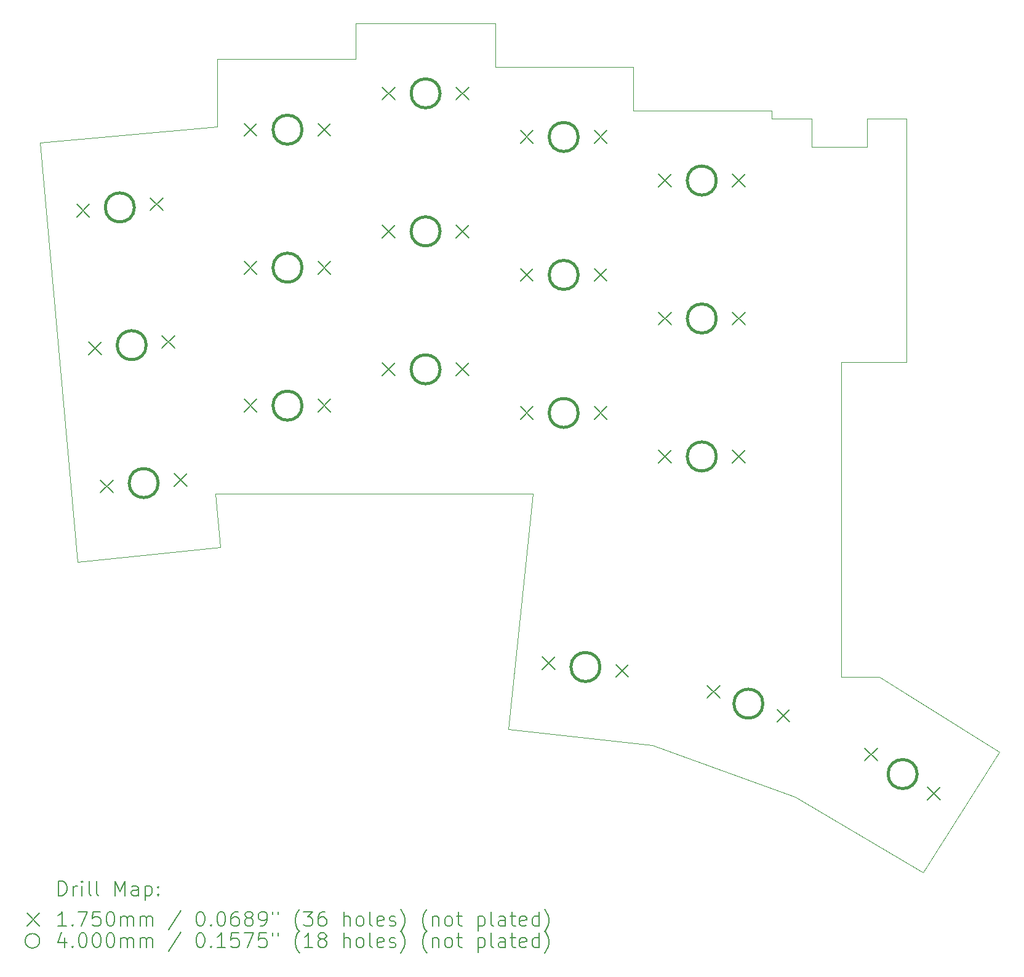
<source format=gbr>
%TF.GenerationSoftware,KiCad,Pcbnew,7.0.7*%
%TF.CreationDate,2023-11-26T11:13:58-07:00*%
%TF.ProjectId,TypeStationX,54797065-5374-4617-9469-6f6e582e6b69,rev?*%
%TF.SameCoordinates,Original*%
%TF.FileFunction,Drillmap*%
%TF.FilePolarity,Positive*%
%FSLAX45Y45*%
G04 Gerber Fmt 4.5, Leading zero omitted, Abs format (unit mm)*
G04 Created by KiCad (PCBNEW 7.0.7) date 2023-11-26 11:13:58*
%MOMM*%
%LPD*%
G01*
G04 APERTURE LIST*
%ADD10C,0.100000*%
%ADD11C,0.200000*%
%ADD12C,0.175000*%
%ADD13C,0.400000*%
G04 APERTURE END LIST*
D10*
X8150000Y-4800000D02*
X9045000Y-4800000D01*
X11900000Y-13200000D02*
X12425000Y-13200000D01*
X11270000Y-14850000D02*
X9300000Y-14140000D01*
X1400000Y-11610000D02*
X880000Y-5840000D01*
X11900000Y-9040000D02*
X11900000Y-13200000D01*
X12425000Y-13200000D02*
X14080000Y-14230000D01*
X7145000Y-4195000D02*
X7145000Y-4800000D01*
X3290000Y-10670000D02*
X5680000Y-10670000D01*
X12260000Y-5900000D02*
X12260000Y-5510000D01*
X11495000Y-5900000D02*
X12260000Y-5900000D01*
X3360000Y-11410000D02*
X3290000Y-10670000D01*
X10945000Y-5400000D02*
X10945000Y-5510000D01*
X3320000Y-5620000D02*
X3320000Y-4690000D01*
X9045000Y-4800000D02*
X9045000Y-5400000D01*
X12805000Y-8860000D02*
X11900000Y-8860000D01*
X5680000Y-10670000D02*
X7660000Y-10670000D01*
X1400000Y-11610000D02*
X3360000Y-11410000D01*
X10945000Y-5510000D02*
X11495000Y-5510000D01*
X13030000Y-15890000D02*
X14080000Y-14230000D01*
X5220000Y-4195000D02*
X7145000Y-4195000D01*
X3320000Y-4690000D02*
X5220000Y-4690000D01*
X9300000Y-14140000D02*
X7320000Y-13920000D01*
X12805000Y-5510000D02*
X12805000Y-8860000D01*
X13030000Y-15890000D02*
X11270000Y-14850000D01*
X11900000Y-8860000D02*
X11900000Y-9040000D01*
X880000Y-5840000D02*
X3320000Y-5620000D01*
X7145000Y-4800000D02*
X8150000Y-4800000D01*
X7320000Y-13920000D02*
X7660000Y-10670000D01*
X5220000Y-4690000D02*
X5220000Y-4195000D01*
X12260000Y-5510000D02*
X12805000Y-5510000D01*
X11495000Y-5510000D02*
X11495000Y-5900000D01*
X9045000Y-5400000D02*
X10945000Y-5400000D01*
D11*
D12*
X1383822Y-6687316D02*
X1558822Y-6862316D01*
X1558822Y-6687316D02*
X1383822Y-6862316D01*
X1547550Y-8584293D02*
X1722550Y-8759293D01*
X1722550Y-8584293D02*
X1547550Y-8759293D01*
X1712413Y-10483147D02*
X1887413Y-10658147D01*
X1887413Y-10483147D02*
X1712413Y-10658147D01*
X2395956Y-6598766D02*
X2570956Y-6773766D01*
X2570956Y-6598766D02*
X2395956Y-6773766D01*
X2559684Y-8495743D02*
X2734684Y-8670743D01*
X2734684Y-8495743D02*
X2559684Y-8670743D01*
X2724547Y-10394597D02*
X2899547Y-10569597D01*
X2899547Y-10394597D02*
X2724547Y-10569597D01*
X3689238Y-5572863D02*
X3864238Y-5747863D01*
X3864238Y-5572863D02*
X3689238Y-5747863D01*
X3689238Y-7472863D02*
X3864238Y-7647863D01*
X3864238Y-7472863D02*
X3689238Y-7647863D01*
X3689238Y-9372863D02*
X3864238Y-9547863D01*
X3864238Y-9372863D02*
X3689238Y-9547863D01*
X4705238Y-5572863D02*
X4880238Y-5747863D01*
X4880238Y-5572863D02*
X4705238Y-5747863D01*
X4705238Y-7472863D02*
X4880238Y-7647863D01*
X4880238Y-7472863D02*
X4705238Y-7647863D01*
X4705238Y-9372863D02*
X4880238Y-9547863D01*
X4880238Y-9372863D02*
X4705238Y-9547863D01*
X5589238Y-5072863D02*
X5764238Y-5247863D01*
X5764238Y-5072863D02*
X5589238Y-5247863D01*
X5589238Y-6972863D02*
X5764238Y-7147863D01*
X5764238Y-6972863D02*
X5589238Y-7147863D01*
X5589238Y-8872863D02*
X5764238Y-9047863D01*
X5764238Y-8872863D02*
X5589238Y-9047863D01*
X6605238Y-5072863D02*
X6780238Y-5247863D01*
X6780238Y-5072863D02*
X6605238Y-5247863D01*
X6605238Y-6972863D02*
X6780238Y-7147863D01*
X6780238Y-6972863D02*
X6605238Y-7147863D01*
X6605238Y-8872863D02*
X6780238Y-9047863D01*
X6780238Y-8872863D02*
X6605238Y-9047863D01*
X7489238Y-5672863D02*
X7664238Y-5847863D01*
X7664238Y-5672863D02*
X7489238Y-5847863D01*
X7489238Y-7572863D02*
X7664238Y-7747863D01*
X7664238Y-7572863D02*
X7489238Y-7747863D01*
X7489238Y-9472863D02*
X7664238Y-9647863D01*
X7664238Y-9472863D02*
X7489238Y-9647863D01*
X7791516Y-12918603D02*
X7966516Y-13093603D01*
X7966516Y-12918603D02*
X7791516Y-13093603D01*
X8505238Y-5672863D02*
X8680238Y-5847863D01*
X8680238Y-5672863D02*
X8505238Y-5847863D01*
X8505238Y-7572863D02*
X8680238Y-7747863D01*
X8680238Y-7572863D02*
X8505238Y-7747863D01*
X8505238Y-9472863D02*
X8680238Y-9647863D01*
X8680238Y-9472863D02*
X8505238Y-9647863D01*
X8801950Y-13024804D02*
X8976950Y-13199804D01*
X8976950Y-13024804D02*
X8801950Y-13199804D01*
X9389238Y-6272863D02*
X9564238Y-6447863D01*
X9564238Y-6272863D02*
X9389238Y-6447863D01*
X9389238Y-8172863D02*
X9564238Y-8347863D01*
X9564238Y-8172863D02*
X9389238Y-8347863D01*
X9389238Y-10072863D02*
X9564238Y-10247863D01*
X9564238Y-10072863D02*
X9389238Y-10247863D01*
X10058272Y-13311230D02*
X10233272Y-13486230D01*
X10233272Y-13311230D02*
X10058272Y-13486230D01*
X10405238Y-6272863D02*
X10580238Y-6447863D01*
X10580238Y-6272863D02*
X10405238Y-6447863D01*
X10405238Y-8172863D02*
X10580238Y-8347863D01*
X10580238Y-8172863D02*
X10405238Y-8347863D01*
X10405238Y-10072863D02*
X10580238Y-10247863D01*
X10580238Y-10072863D02*
X10405238Y-10247863D01*
X11018919Y-13642007D02*
X11193919Y-13817007D01*
X11193919Y-13642007D02*
X11018919Y-13817007D01*
X12229289Y-14176805D02*
X12404289Y-14351805D01*
X12404289Y-14176805D02*
X12229289Y-14351805D01*
X13090906Y-14715203D02*
X13265906Y-14890203D01*
X13265906Y-14715203D02*
X13090906Y-14890203D01*
D13*
X2177389Y-6730541D02*
G75*
G03*
X2177389Y-6730541I-200000J0D01*
G01*
X2341117Y-8627518D02*
G75*
G03*
X2341117Y-8627518I-200000J0D01*
G01*
X2505980Y-10526372D02*
G75*
G03*
X2505980Y-10526372I-200000J0D01*
G01*
X4484738Y-5660363D02*
G75*
G03*
X4484738Y-5660363I-200000J0D01*
G01*
X4484738Y-7560363D02*
G75*
G03*
X4484738Y-7560363I-200000J0D01*
G01*
X4484738Y-9460363D02*
G75*
G03*
X4484738Y-9460363I-200000J0D01*
G01*
X6384738Y-5160363D02*
G75*
G03*
X6384738Y-5160363I-200000J0D01*
G01*
X6384738Y-7060363D02*
G75*
G03*
X6384738Y-7060363I-200000J0D01*
G01*
X6384738Y-8960363D02*
G75*
G03*
X6384738Y-8960363I-200000J0D01*
G01*
X8284738Y-5760363D02*
G75*
G03*
X8284738Y-5760363I-200000J0D01*
G01*
X8284738Y-7660363D02*
G75*
G03*
X8284738Y-7660363I-200000J0D01*
G01*
X8284738Y-9560363D02*
G75*
G03*
X8284738Y-9560363I-200000J0D01*
G01*
X8584233Y-13059204D02*
G75*
G03*
X8584233Y-13059204I-200000J0D01*
G01*
X10184738Y-6360363D02*
G75*
G03*
X10184738Y-6360363I-200000J0D01*
G01*
X10184738Y-8260363D02*
G75*
G03*
X10184738Y-8260363I-200000J0D01*
G01*
X10184738Y-10160363D02*
G75*
G03*
X10184738Y-10160363I-200000J0D01*
G01*
X10826095Y-13564118D02*
G75*
G03*
X10826095Y-13564118I-200000J0D01*
G01*
X12947598Y-14533504D02*
G75*
G03*
X12947598Y-14533504I-200000J0D01*
G01*
D11*
X1135777Y-16206484D02*
X1135777Y-16006484D01*
X1135777Y-16006484D02*
X1183396Y-16006484D01*
X1183396Y-16006484D02*
X1211967Y-16016008D01*
X1211967Y-16016008D02*
X1231015Y-16035055D01*
X1231015Y-16035055D02*
X1240539Y-16054103D01*
X1240539Y-16054103D02*
X1250063Y-16092198D01*
X1250063Y-16092198D02*
X1250063Y-16120769D01*
X1250063Y-16120769D02*
X1240539Y-16158865D01*
X1240539Y-16158865D02*
X1231015Y-16177912D01*
X1231015Y-16177912D02*
X1211967Y-16196960D01*
X1211967Y-16196960D02*
X1183396Y-16206484D01*
X1183396Y-16206484D02*
X1135777Y-16206484D01*
X1335777Y-16206484D02*
X1335777Y-16073150D01*
X1335777Y-16111246D02*
X1345301Y-16092198D01*
X1345301Y-16092198D02*
X1354824Y-16082674D01*
X1354824Y-16082674D02*
X1373872Y-16073150D01*
X1373872Y-16073150D02*
X1392920Y-16073150D01*
X1459586Y-16206484D02*
X1459586Y-16073150D01*
X1459586Y-16006484D02*
X1450062Y-16016008D01*
X1450062Y-16016008D02*
X1459586Y-16025531D01*
X1459586Y-16025531D02*
X1469110Y-16016008D01*
X1469110Y-16016008D02*
X1459586Y-16006484D01*
X1459586Y-16006484D02*
X1459586Y-16025531D01*
X1583396Y-16206484D02*
X1564348Y-16196960D01*
X1564348Y-16196960D02*
X1554824Y-16177912D01*
X1554824Y-16177912D02*
X1554824Y-16006484D01*
X1688158Y-16206484D02*
X1669110Y-16196960D01*
X1669110Y-16196960D02*
X1659586Y-16177912D01*
X1659586Y-16177912D02*
X1659586Y-16006484D01*
X1916729Y-16206484D02*
X1916729Y-16006484D01*
X1916729Y-16006484D02*
X1983396Y-16149341D01*
X1983396Y-16149341D02*
X2050062Y-16006484D01*
X2050062Y-16006484D02*
X2050062Y-16206484D01*
X2231015Y-16206484D02*
X2231015Y-16101722D01*
X2231015Y-16101722D02*
X2221491Y-16082674D01*
X2221491Y-16082674D02*
X2202444Y-16073150D01*
X2202444Y-16073150D02*
X2164348Y-16073150D01*
X2164348Y-16073150D02*
X2145301Y-16082674D01*
X2231015Y-16196960D02*
X2211967Y-16206484D01*
X2211967Y-16206484D02*
X2164348Y-16206484D01*
X2164348Y-16206484D02*
X2145301Y-16196960D01*
X2145301Y-16196960D02*
X2135777Y-16177912D01*
X2135777Y-16177912D02*
X2135777Y-16158865D01*
X2135777Y-16158865D02*
X2145301Y-16139817D01*
X2145301Y-16139817D02*
X2164348Y-16130293D01*
X2164348Y-16130293D02*
X2211967Y-16130293D01*
X2211967Y-16130293D02*
X2231015Y-16120769D01*
X2326253Y-16073150D02*
X2326253Y-16273150D01*
X2326253Y-16082674D02*
X2345301Y-16073150D01*
X2345301Y-16073150D02*
X2383396Y-16073150D01*
X2383396Y-16073150D02*
X2402444Y-16082674D01*
X2402444Y-16082674D02*
X2411967Y-16092198D01*
X2411967Y-16092198D02*
X2421491Y-16111246D01*
X2421491Y-16111246D02*
X2421491Y-16168388D01*
X2421491Y-16168388D02*
X2411967Y-16187436D01*
X2411967Y-16187436D02*
X2402444Y-16196960D01*
X2402444Y-16196960D02*
X2383396Y-16206484D01*
X2383396Y-16206484D02*
X2345301Y-16206484D01*
X2345301Y-16206484D02*
X2326253Y-16196960D01*
X2507205Y-16187436D02*
X2516729Y-16196960D01*
X2516729Y-16196960D02*
X2507205Y-16206484D01*
X2507205Y-16206484D02*
X2497682Y-16196960D01*
X2497682Y-16196960D02*
X2507205Y-16187436D01*
X2507205Y-16187436D02*
X2507205Y-16206484D01*
X2507205Y-16082674D02*
X2516729Y-16092198D01*
X2516729Y-16092198D02*
X2507205Y-16101722D01*
X2507205Y-16101722D02*
X2497682Y-16092198D01*
X2497682Y-16092198D02*
X2507205Y-16082674D01*
X2507205Y-16082674D02*
X2507205Y-16101722D01*
D12*
X700000Y-16447500D02*
X875000Y-16622500D01*
X875000Y-16447500D02*
X700000Y-16622500D01*
D11*
X1240539Y-16626484D02*
X1126253Y-16626484D01*
X1183396Y-16626484D02*
X1183396Y-16426484D01*
X1183396Y-16426484D02*
X1164348Y-16455055D01*
X1164348Y-16455055D02*
X1145301Y-16474103D01*
X1145301Y-16474103D02*
X1126253Y-16483627D01*
X1326253Y-16607436D02*
X1335777Y-16616960D01*
X1335777Y-16616960D02*
X1326253Y-16626484D01*
X1326253Y-16626484D02*
X1316729Y-16616960D01*
X1316729Y-16616960D02*
X1326253Y-16607436D01*
X1326253Y-16607436D02*
X1326253Y-16626484D01*
X1402443Y-16426484D02*
X1535777Y-16426484D01*
X1535777Y-16426484D02*
X1450062Y-16626484D01*
X1707205Y-16426484D02*
X1611967Y-16426484D01*
X1611967Y-16426484D02*
X1602443Y-16521722D01*
X1602443Y-16521722D02*
X1611967Y-16512198D01*
X1611967Y-16512198D02*
X1631015Y-16502674D01*
X1631015Y-16502674D02*
X1678634Y-16502674D01*
X1678634Y-16502674D02*
X1697682Y-16512198D01*
X1697682Y-16512198D02*
X1707205Y-16521722D01*
X1707205Y-16521722D02*
X1716729Y-16540769D01*
X1716729Y-16540769D02*
X1716729Y-16588388D01*
X1716729Y-16588388D02*
X1707205Y-16607436D01*
X1707205Y-16607436D02*
X1697682Y-16616960D01*
X1697682Y-16616960D02*
X1678634Y-16626484D01*
X1678634Y-16626484D02*
X1631015Y-16626484D01*
X1631015Y-16626484D02*
X1611967Y-16616960D01*
X1611967Y-16616960D02*
X1602443Y-16607436D01*
X1840539Y-16426484D02*
X1859586Y-16426484D01*
X1859586Y-16426484D02*
X1878634Y-16436008D01*
X1878634Y-16436008D02*
X1888158Y-16445531D01*
X1888158Y-16445531D02*
X1897682Y-16464579D01*
X1897682Y-16464579D02*
X1907205Y-16502674D01*
X1907205Y-16502674D02*
X1907205Y-16550293D01*
X1907205Y-16550293D02*
X1897682Y-16588388D01*
X1897682Y-16588388D02*
X1888158Y-16607436D01*
X1888158Y-16607436D02*
X1878634Y-16616960D01*
X1878634Y-16616960D02*
X1859586Y-16626484D01*
X1859586Y-16626484D02*
X1840539Y-16626484D01*
X1840539Y-16626484D02*
X1821491Y-16616960D01*
X1821491Y-16616960D02*
X1811967Y-16607436D01*
X1811967Y-16607436D02*
X1802443Y-16588388D01*
X1802443Y-16588388D02*
X1792920Y-16550293D01*
X1792920Y-16550293D02*
X1792920Y-16502674D01*
X1792920Y-16502674D02*
X1802443Y-16464579D01*
X1802443Y-16464579D02*
X1811967Y-16445531D01*
X1811967Y-16445531D02*
X1821491Y-16436008D01*
X1821491Y-16436008D02*
X1840539Y-16426484D01*
X1992920Y-16626484D02*
X1992920Y-16493150D01*
X1992920Y-16512198D02*
X2002443Y-16502674D01*
X2002443Y-16502674D02*
X2021491Y-16493150D01*
X2021491Y-16493150D02*
X2050063Y-16493150D01*
X2050063Y-16493150D02*
X2069110Y-16502674D01*
X2069110Y-16502674D02*
X2078634Y-16521722D01*
X2078634Y-16521722D02*
X2078634Y-16626484D01*
X2078634Y-16521722D02*
X2088158Y-16502674D01*
X2088158Y-16502674D02*
X2107205Y-16493150D01*
X2107205Y-16493150D02*
X2135777Y-16493150D01*
X2135777Y-16493150D02*
X2154825Y-16502674D01*
X2154825Y-16502674D02*
X2164348Y-16521722D01*
X2164348Y-16521722D02*
X2164348Y-16626484D01*
X2259586Y-16626484D02*
X2259586Y-16493150D01*
X2259586Y-16512198D02*
X2269110Y-16502674D01*
X2269110Y-16502674D02*
X2288158Y-16493150D01*
X2288158Y-16493150D02*
X2316729Y-16493150D01*
X2316729Y-16493150D02*
X2335777Y-16502674D01*
X2335777Y-16502674D02*
X2345301Y-16521722D01*
X2345301Y-16521722D02*
X2345301Y-16626484D01*
X2345301Y-16521722D02*
X2354825Y-16502674D01*
X2354825Y-16502674D02*
X2373872Y-16493150D01*
X2373872Y-16493150D02*
X2402444Y-16493150D01*
X2402444Y-16493150D02*
X2421491Y-16502674D01*
X2421491Y-16502674D02*
X2431015Y-16521722D01*
X2431015Y-16521722D02*
X2431015Y-16626484D01*
X2821491Y-16416960D02*
X2650063Y-16674103D01*
X3078634Y-16426484D02*
X3097682Y-16426484D01*
X3097682Y-16426484D02*
X3116729Y-16436008D01*
X3116729Y-16436008D02*
X3126253Y-16445531D01*
X3126253Y-16445531D02*
X3135777Y-16464579D01*
X3135777Y-16464579D02*
X3145301Y-16502674D01*
X3145301Y-16502674D02*
X3145301Y-16550293D01*
X3145301Y-16550293D02*
X3135777Y-16588388D01*
X3135777Y-16588388D02*
X3126253Y-16607436D01*
X3126253Y-16607436D02*
X3116729Y-16616960D01*
X3116729Y-16616960D02*
X3097682Y-16626484D01*
X3097682Y-16626484D02*
X3078634Y-16626484D01*
X3078634Y-16626484D02*
X3059586Y-16616960D01*
X3059586Y-16616960D02*
X3050063Y-16607436D01*
X3050063Y-16607436D02*
X3040539Y-16588388D01*
X3040539Y-16588388D02*
X3031015Y-16550293D01*
X3031015Y-16550293D02*
X3031015Y-16502674D01*
X3031015Y-16502674D02*
X3040539Y-16464579D01*
X3040539Y-16464579D02*
X3050063Y-16445531D01*
X3050063Y-16445531D02*
X3059586Y-16436008D01*
X3059586Y-16436008D02*
X3078634Y-16426484D01*
X3231015Y-16607436D02*
X3240539Y-16616960D01*
X3240539Y-16616960D02*
X3231015Y-16626484D01*
X3231015Y-16626484D02*
X3221491Y-16616960D01*
X3221491Y-16616960D02*
X3231015Y-16607436D01*
X3231015Y-16607436D02*
X3231015Y-16626484D01*
X3364348Y-16426484D02*
X3383396Y-16426484D01*
X3383396Y-16426484D02*
X3402444Y-16436008D01*
X3402444Y-16436008D02*
X3411967Y-16445531D01*
X3411967Y-16445531D02*
X3421491Y-16464579D01*
X3421491Y-16464579D02*
X3431015Y-16502674D01*
X3431015Y-16502674D02*
X3431015Y-16550293D01*
X3431015Y-16550293D02*
X3421491Y-16588388D01*
X3421491Y-16588388D02*
X3411967Y-16607436D01*
X3411967Y-16607436D02*
X3402444Y-16616960D01*
X3402444Y-16616960D02*
X3383396Y-16626484D01*
X3383396Y-16626484D02*
X3364348Y-16626484D01*
X3364348Y-16626484D02*
X3345301Y-16616960D01*
X3345301Y-16616960D02*
X3335777Y-16607436D01*
X3335777Y-16607436D02*
X3326253Y-16588388D01*
X3326253Y-16588388D02*
X3316729Y-16550293D01*
X3316729Y-16550293D02*
X3316729Y-16502674D01*
X3316729Y-16502674D02*
X3326253Y-16464579D01*
X3326253Y-16464579D02*
X3335777Y-16445531D01*
X3335777Y-16445531D02*
X3345301Y-16436008D01*
X3345301Y-16436008D02*
X3364348Y-16426484D01*
X3602444Y-16426484D02*
X3564348Y-16426484D01*
X3564348Y-16426484D02*
X3545301Y-16436008D01*
X3545301Y-16436008D02*
X3535777Y-16445531D01*
X3535777Y-16445531D02*
X3516729Y-16474103D01*
X3516729Y-16474103D02*
X3507206Y-16512198D01*
X3507206Y-16512198D02*
X3507206Y-16588388D01*
X3507206Y-16588388D02*
X3516729Y-16607436D01*
X3516729Y-16607436D02*
X3526253Y-16616960D01*
X3526253Y-16616960D02*
X3545301Y-16626484D01*
X3545301Y-16626484D02*
X3583396Y-16626484D01*
X3583396Y-16626484D02*
X3602444Y-16616960D01*
X3602444Y-16616960D02*
X3611967Y-16607436D01*
X3611967Y-16607436D02*
X3621491Y-16588388D01*
X3621491Y-16588388D02*
X3621491Y-16540769D01*
X3621491Y-16540769D02*
X3611967Y-16521722D01*
X3611967Y-16521722D02*
X3602444Y-16512198D01*
X3602444Y-16512198D02*
X3583396Y-16502674D01*
X3583396Y-16502674D02*
X3545301Y-16502674D01*
X3545301Y-16502674D02*
X3526253Y-16512198D01*
X3526253Y-16512198D02*
X3516729Y-16521722D01*
X3516729Y-16521722D02*
X3507206Y-16540769D01*
X3735777Y-16512198D02*
X3716729Y-16502674D01*
X3716729Y-16502674D02*
X3707206Y-16493150D01*
X3707206Y-16493150D02*
X3697682Y-16474103D01*
X3697682Y-16474103D02*
X3697682Y-16464579D01*
X3697682Y-16464579D02*
X3707206Y-16445531D01*
X3707206Y-16445531D02*
X3716729Y-16436008D01*
X3716729Y-16436008D02*
X3735777Y-16426484D01*
X3735777Y-16426484D02*
X3773872Y-16426484D01*
X3773872Y-16426484D02*
X3792920Y-16436008D01*
X3792920Y-16436008D02*
X3802444Y-16445531D01*
X3802444Y-16445531D02*
X3811967Y-16464579D01*
X3811967Y-16464579D02*
X3811967Y-16474103D01*
X3811967Y-16474103D02*
X3802444Y-16493150D01*
X3802444Y-16493150D02*
X3792920Y-16502674D01*
X3792920Y-16502674D02*
X3773872Y-16512198D01*
X3773872Y-16512198D02*
X3735777Y-16512198D01*
X3735777Y-16512198D02*
X3716729Y-16521722D01*
X3716729Y-16521722D02*
X3707206Y-16531246D01*
X3707206Y-16531246D02*
X3697682Y-16550293D01*
X3697682Y-16550293D02*
X3697682Y-16588388D01*
X3697682Y-16588388D02*
X3707206Y-16607436D01*
X3707206Y-16607436D02*
X3716729Y-16616960D01*
X3716729Y-16616960D02*
X3735777Y-16626484D01*
X3735777Y-16626484D02*
X3773872Y-16626484D01*
X3773872Y-16626484D02*
X3792920Y-16616960D01*
X3792920Y-16616960D02*
X3802444Y-16607436D01*
X3802444Y-16607436D02*
X3811967Y-16588388D01*
X3811967Y-16588388D02*
X3811967Y-16550293D01*
X3811967Y-16550293D02*
X3802444Y-16531246D01*
X3802444Y-16531246D02*
X3792920Y-16521722D01*
X3792920Y-16521722D02*
X3773872Y-16512198D01*
X3907206Y-16626484D02*
X3945301Y-16626484D01*
X3945301Y-16626484D02*
X3964348Y-16616960D01*
X3964348Y-16616960D02*
X3973872Y-16607436D01*
X3973872Y-16607436D02*
X3992920Y-16578865D01*
X3992920Y-16578865D02*
X4002444Y-16540769D01*
X4002444Y-16540769D02*
X4002444Y-16464579D01*
X4002444Y-16464579D02*
X3992920Y-16445531D01*
X3992920Y-16445531D02*
X3983396Y-16436008D01*
X3983396Y-16436008D02*
X3964348Y-16426484D01*
X3964348Y-16426484D02*
X3926253Y-16426484D01*
X3926253Y-16426484D02*
X3907206Y-16436008D01*
X3907206Y-16436008D02*
X3897682Y-16445531D01*
X3897682Y-16445531D02*
X3888158Y-16464579D01*
X3888158Y-16464579D02*
X3888158Y-16512198D01*
X3888158Y-16512198D02*
X3897682Y-16531246D01*
X3897682Y-16531246D02*
X3907206Y-16540769D01*
X3907206Y-16540769D02*
X3926253Y-16550293D01*
X3926253Y-16550293D02*
X3964348Y-16550293D01*
X3964348Y-16550293D02*
X3983396Y-16540769D01*
X3983396Y-16540769D02*
X3992920Y-16531246D01*
X3992920Y-16531246D02*
X4002444Y-16512198D01*
X4078634Y-16426484D02*
X4078634Y-16464579D01*
X4154825Y-16426484D02*
X4154825Y-16464579D01*
X4450063Y-16702674D02*
X4440539Y-16693150D01*
X4440539Y-16693150D02*
X4421491Y-16664579D01*
X4421491Y-16664579D02*
X4411968Y-16645531D01*
X4411968Y-16645531D02*
X4402444Y-16616960D01*
X4402444Y-16616960D02*
X4392920Y-16569341D01*
X4392920Y-16569341D02*
X4392920Y-16531246D01*
X4392920Y-16531246D02*
X4402444Y-16483627D01*
X4402444Y-16483627D02*
X4411968Y-16455055D01*
X4411968Y-16455055D02*
X4421491Y-16436008D01*
X4421491Y-16436008D02*
X4440539Y-16407436D01*
X4440539Y-16407436D02*
X4450063Y-16397912D01*
X4507206Y-16426484D02*
X4631015Y-16426484D01*
X4631015Y-16426484D02*
X4564349Y-16502674D01*
X4564349Y-16502674D02*
X4592920Y-16502674D01*
X4592920Y-16502674D02*
X4611968Y-16512198D01*
X4611968Y-16512198D02*
X4621491Y-16521722D01*
X4621491Y-16521722D02*
X4631015Y-16540769D01*
X4631015Y-16540769D02*
X4631015Y-16588388D01*
X4631015Y-16588388D02*
X4621491Y-16607436D01*
X4621491Y-16607436D02*
X4611968Y-16616960D01*
X4611968Y-16616960D02*
X4592920Y-16626484D01*
X4592920Y-16626484D02*
X4535777Y-16626484D01*
X4535777Y-16626484D02*
X4516730Y-16616960D01*
X4516730Y-16616960D02*
X4507206Y-16607436D01*
X4802444Y-16426484D02*
X4764349Y-16426484D01*
X4764349Y-16426484D02*
X4745301Y-16436008D01*
X4745301Y-16436008D02*
X4735777Y-16445531D01*
X4735777Y-16445531D02*
X4716730Y-16474103D01*
X4716730Y-16474103D02*
X4707206Y-16512198D01*
X4707206Y-16512198D02*
X4707206Y-16588388D01*
X4707206Y-16588388D02*
X4716730Y-16607436D01*
X4716730Y-16607436D02*
X4726253Y-16616960D01*
X4726253Y-16616960D02*
X4745301Y-16626484D01*
X4745301Y-16626484D02*
X4783396Y-16626484D01*
X4783396Y-16626484D02*
X4802444Y-16616960D01*
X4802444Y-16616960D02*
X4811968Y-16607436D01*
X4811968Y-16607436D02*
X4821491Y-16588388D01*
X4821491Y-16588388D02*
X4821491Y-16540769D01*
X4821491Y-16540769D02*
X4811968Y-16521722D01*
X4811968Y-16521722D02*
X4802444Y-16512198D01*
X4802444Y-16512198D02*
X4783396Y-16502674D01*
X4783396Y-16502674D02*
X4745301Y-16502674D01*
X4745301Y-16502674D02*
X4726253Y-16512198D01*
X4726253Y-16512198D02*
X4716730Y-16521722D01*
X4716730Y-16521722D02*
X4707206Y-16540769D01*
X5059587Y-16626484D02*
X5059587Y-16426484D01*
X5145301Y-16626484D02*
X5145301Y-16521722D01*
X5145301Y-16521722D02*
X5135777Y-16502674D01*
X5135777Y-16502674D02*
X5116730Y-16493150D01*
X5116730Y-16493150D02*
X5088158Y-16493150D01*
X5088158Y-16493150D02*
X5069111Y-16502674D01*
X5069111Y-16502674D02*
X5059587Y-16512198D01*
X5269111Y-16626484D02*
X5250063Y-16616960D01*
X5250063Y-16616960D02*
X5240539Y-16607436D01*
X5240539Y-16607436D02*
X5231015Y-16588388D01*
X5231015Y-16588388D02*
X5231015Y-16531246D01*
X5231015Y-16531246D02*
X5240539Y-16512198D01*
X5240539Y-16512198D02*
X5250063Y-16502674D01*
X5250063Y-16502674D02*
X5269111Y-16493150D01*
X5269111Y-16493150D02*
X5297682Y-16493150D01*
X5297682Y-16493150D02*
X5316730Y-16502674D01*
X5316730Y-16502674D02*
X5326253Y-16512198D01*
X5326253Y-16512198D02*
X5335777Y-16531246D01*
X5335777Y-16531246D02*
X5335777Y-16588388D01*
X5335777Y-16588388D02*
X5326253Y-16607436D01*
X5326253Y-16607436D02*
X5316730Y-16616960D01*
X5316730Y-16616960D02*
X5297682Y-16626484D01*
X5297682Y-16626484D02*
X5269111Y-16626484D01*
X5450063Y-16626484D02*
X5431015Y-16616960D01*
X5431015Y-16616960D02*
X5421492Y-16597912D01*
X5421492Y-16597912D02*
X5421492Y-16426484D01*
X5602444Y-16616960D02*
X5583396Y-16626484D01*
X5583396Y-16626484D02*
X5545301Y-16626484D01*
X5545301Y-16626484D02*
X5526253Y-16616960D01*
X5526253Y-16616960D02*
X5516730Y-16597912D01*
X5516730Y-16597912D02*
X5516730Y-16521722D01*
X5516730Y-16521722D02*
X5526253Y-16502674D01*
X5526253Y-16502674D02*
X5545301Y-16493150D01*
X5545301Y-16493150D02*
X5583396Y-16493150D01*
X5583396Y-16493150D02*
X5602444Y-16502674D01*
X5602444Y-16502674D02*
X5611968Y-16521722D01*
X5611968Y-16521722D02*
X5611968Y-16540769D01*
X5611968Y-16540769D02*
X5516730Y-16559817D01*
X5688158Y-16616960D02*
X5707206Y-16626484D01*
X5707206Y-16626484D02*
X5745301Y-16626484D01*
X5745301Y-16626484D02*
X5764349Y-16616960D01*
X5764349Y-16616960D02*
X5773872Y-16597912D01*
X5773872Y-16597912D02*
X5773872Y-16588388D01*
X5773872Y-16588388D02*
X5764349Y-16569341D01*
X5764349Y-16569341D02*
X5745301Y-16559817D01*
X5745301Y-16559817D02*
X5716730Y-16559817D01*
X5716730Y-16559817D02*
X5697682Y-16550293D01*
X5697682Y-16550293D02*
X5688158Y-16531246D01*
X5688158Y-16531246D02*
X5688158Y-16521722D01*
X5688158Y-16521722D02*
X5697682Y-16502674D01*
X5697682Y-16502674D02*
X5716730Y-16493150D01*
X5716730Y-16493150D02*
X5745301Y-16493150D01*
X5745301Y-16493150D02*
X5764349Y-16502674D01*
X5840539Y-16702674D02*
X5850063Y-16693150D01*
X5850063Y-16693150D02*
X5869111Y-16664579D01*
X5869111Y-16664579D02*
X5878634Y-16645531D01*
X5878634Y-16645531D02*
X5888158Y-16616960D01*
X5888158Y-16616960D02*
X5897682Y-16569341D01*
X5897682Y-16569341D02*
X5897682Y-16531246D01*
X5897682Y-16531246D02*
X5888158Y-16483627D01*
X5888158Y-16483627D02*
X5878634Y-16455055D01*
X5878634Y-16455055D02*
X5869111Y-16436008D01*
X5869111Y-16436008D02*
X5850063Y-16407436D01*
X5850063Y-16407436D02*
X5840539Y-16397912D01*
X6202444Y-16702674D02*
X6192920Y-16693150D01*
X6192920Y-16693150D02*
X6173872Y-16664579D01*
X6173872Y-16664579D02*
X6164349Y-16645531D01*
X6164349Y-16645531D02*
X6154825Y-16616960D01*
X6154825Y-16616960D02*
X6145301Y-16569341D01*
X6145301Y-16569341D02*
X6145301Y-16531246D01*
X6145301Y-16531246D02*
X6154825Y-16483627D01*
X6154825Y-16483627D02*
X6164349Y-16455055D01*
X6164349Y-16455055D02*
X6173872Y-16436008D01*
X6173872Y-16436008D02*
X6192920Y-16407436D01*
X6192920Y-16407436D02*
X6202444Y-16397912D01*
X6278634Y-16493150D02*
X6278634Y-16626484D01*
X6278634Y-16512198D02*
X6288158Y-16502674D01*
X6288158Y-16502674D02*
X6307206Y-16493150D01*
X6307206Y-16493150D02*
X6335777Y-16493150D01*
X6335777Y-16493150D02*
X6354825Y-16502674D01*
X6354825Y-16502674D02*
X6364349Y-16521722D01*
X6364349Y-16521722D02*
X6364349Y-16626484D01*
X6488158Y-16626484D02*
X6469111Y-16616960D01*
X6469111Y-16616960D02*
X6459587Y-16607436D01*
X6459587Y-16607436D02*
X6450063Y-16588388D01*
X6450063Y-16588388D02*
X6450063Y-16531246D01*
X6450063Y-16531246D02*
X6459587Y-16512198D01*
X6459587Y-16512198D02*
X6469111Y-16502674D01*
X6469111Y-16502674D02*
X6488158Y-16493150D01*
X6488158Y-16493150D02*
X6516730Y-16493150D01*
X6516730Y-16493150D02*
X6535777Y-16502674D01*
X6535777Y-16502674D02*
X6545301Y-16512198D01*
X6545301Y-16512198D02*
X6554825Y-16531246D01*
X6554825Y-16531246D02*
X6554825Y-16588388D01*
X6554825Y-16588388D02*
X6545301Y-16607436D01*
X6545301Y-16607436D02*
X6535777Y-16616960D01*
X6535777Y-16616960D02*
X6516730Y-16626484D01*
X6516730Y-16626484D02*
X6488158Y-16626484D01*
X6611968Y-16493150D02*
X6688158Y-16493150D01*
X6640539Y-16426484D02*
X6640539Y-16597912D01*
X6640539Y-16597912D02*
X6650063Y-16616960D01*
X6650063Y-16616960D02*
X6669111Y-16626484D01*
X6669111Y-16626484D02*
X6688158Y-16626484D01*
X6907206Y-16493150D02*
X6907206Y-16693150D01*
X6907206Y-16502674D02*
X6926253Y-16493150D01*
X6926253Y-16493150D02*
X6964349Y-16493150D01*
X6964349Y-16493150D02*
X6983396Y-16502674D01*
X6983396Y-16502674D02*
X6992920Y-16512198D01*
X6992920Y-16512198D02*
X7002444Y-16531246D01*
X7002444Y-16531246D02*
X7002444Y-16588388D01*
X7002444Y-16588388D02*
X6992920Y-16607436D01*
X6992920Y-16607436D02*
X6983396Y-16616960D01*
X6983396Y-16616960D02*
X6964349Y-16626484D01*
X6964349Y-16626484D02*
X6926253Y-16626484D01*
X6926253Y-16626484D02*
X6907206Y-16616960D01*
X7116730Y-16626484D02*
X7097682Y-16616960D01*
X7097682Y-16616960D02*
X7088158Y-16597912D01*
X7088158Y-16597912D02*
X7088158Y-16426484D01*
X7278634Y-16626484D02*
X7278634Y-16521722D01*
X7278634Y-16521722D02*
X7269111Y-16502674D01*
X7269111Y-16502674D02*
X7250063Y-16493150D01*
X7250063Y-16493150D02*
X7211968Y-16493150D01*
X7211968Y-16493150D02*
X7192920Y-16502674D01*
X7278634Y-16616960D02*
X7259587Y-16626484D01*
X7259587Y-16626484D02*
X7211968Y-16626484D01*
X7211968Y-16626484D02*
X7192920Y-16616960D01*
X7192920Y-16616960D02*
X7183396Y-16597912D01*
X7183396Y-16597912D02*
X7183396Y-16578865D01*
X7183396Y-16578865D02*
X7192920Y-16559817D01*
X7192920Y-16559817D02*
X7211968Y-16550293D01*
X7211968Y-16550293D02*
X7259587Y-16550293D01*
X7259587Y-16550293D02*
X7278634Y-16540769D01*
X7345301Y-16493150D02*
X7421492Y-16493150D01*
X7373873Y-16426484D02*
X7373873Y-16597912D01*
X7373873Y-16597912D02*
X7383396Y-16616960D01*
X7383396Y-16616960D02*
X7402444Y-16626484D01*
X7402444Y-16626484D02*
X7421492Y-16626484D01*
X7564349Y-16616960D02*
X7545301Y-16626484D01*
X7545301Y-16626484D02*
X7507206Y-16626484D01*
X7507206Y-16626484D02*
X7488158Y-16616960D01*
X7488158Y-16616960D02*
X7478634Y-16597912D01*
X7478634Y-16597912D02*
X7478634Y-16521722D01*
X7478634Y-16521722D02*
X7488158Y-16502674D01*
X7488158Y-16502674D02*
X7507206Y-16493150D01*
X7507206Y-16493150D02*
X7545301Y-16493150D01*
X7545301Y-16493150D02*
X7564349Y-16502674D01*
X7564349Y-16502674D02*
X7573873Y-16521722D01*
X7573873Y-16521722D02*
X7573873Y-16540769D01*
X7573873Y-16540769D02*
X7478634Y-16559817D01*
X7745301Y-16626484D02*
X7745301Y-16426484D01*
X7745301Y-16616960D02*
X7726254Y-16626484D01*
X7726254Y-16626484D02*
X7688158Y-16626484D01*
X7688158Y-16626484D02*
X7669111Y-16616960D01*
X7669111Y-16616960D02*
X7659587Y-16607436D01*
X7659587Y-16607436D02*
X7650063Y-16588388D01*
X7650063Y-16588388D02*
X7650063Y-16531246D01*
X7650063Y-16531246D02*
X7659587Y-16512198D01*
X7659587Y-16512198D02*
X7669111Y-16502674D01*
X7669111Y-16502674D02*
X7688158Y-16493150D01*
X7688158Y-16493150D02*
X7726254Y-16493150D01*
X7726254Y-16493150D02*
X7745301Y-16502674D01*
X7821492Y-16702674D02*
X7831015Y-16693150D01*
X7831015Y-16693150D02*
X7850063Y-16664579D01*
X7850063Y-16664579D02*
X7859587Y-16645531D01*
X7859587Y-16645531D02*
X7869111Y-16616960D01*
X7869111Y-16616960D02*
X7878634Y-16569341D01*
X7878634Y-16569341D02*
X7878634Y-16531246D01*
X7878634Y-16531246D02*
X7869111Y-16483627D01*
X7869111Y-16483627D02*
X7859587Y-16455055D01*
X7859587Y-16455055D02*
X7850063Y-16436008D01*
X7850063Y-16436008D02*
X7831015Y-16407436D01*
X7831015Y-16407436D02*
X7821492Y-16397912D01*
X875000Y-16830000D02*
G75*
G03*
X875000Y-16830000I-100000J0D01*
G01*
X1221491Y-16788150D02*
X1221491Y-16921484D01*
X1173872Y-16711960D02*
X1126253Y-16854817D01*
X1126253Y-16854817D02*
X1250063Y-16854817D01*
X1326253Y-16902436D02*
X1335777Y-16911960D01*
X1335777Y-16911960D02*
X1326253Y-16921484D01*
X1326253Y-16921484D02*
X1316729Y-16911960D01*
X1316729Y-16911960D02*
X1326253Y-16902436D01*
X1326253Y-16902436D02*
X1326253Y-16921484D01*
X1459586Y-16721484D02*
X1478634Y-16721484D01*
X1478634Y-16721484D02*
X1497682Y-16731008D01*
X1497682Y-16731008D02*
X1507205Y-16740531D01*
X1507205Y-16740531D02*
X1516729Y-16759579D01*
X1516729Y-16759579D02*
X1526253Y-16797674D01*
X1526253Y-16797674D02*
X1526253Y-16845293D01*
X1526253Y-16845293D02*
X1516729Y-16883389D01*
X1516729Y-16883389D02*
X1507205Y-16902436D01*
X1507205Y-16902436D02*
X1497682Y-16911960D01*
X1497682Y-16911960D02*
X1478634Y-16921484D01*
X1478634Y-16921484D02*
X1459586Y-16921484D01*
X1459586Y-16921484D02*
X1440539Y-16911960D01*
X1440539Y-16911960D02*
X1431015Y-16902436D01*
X1431015Y-16902436D02*
X1421491Y-16883389D01*
X1421491Y-16883389D02*
X1411967Y-16845293D01*
X1411967Y-16845293D02*
X1411967Y-16797674D01*
X1411967Y-16797674D02*
X1421491Y-16759579D01*
X1421491Y-16759579D02*
X1431015Y-16740531D01*
X1431015Y-16740531D02*
X1440539Y-16731008D01*
X1440539Y-16731008D02*
X1459586Y-16721484D01*
X1650062Y-16721484D02*
X1669110Y-16721484D01*
X1669110Y-16721484D02*
X1688158Y-16731008D01*
X1688158Y-16731008D02*
X1697682Y-16740531D01*
X1697682Y-16740531D02*
X1707205Y-16759579D01*
X1707205Y-16759579D02*
X1716729Y-16797674D01*
X1716729Y-16797674D02*
X1716729Y-16845293D01*
X1716729Y-16845293D02*
X1707205Y-16883389D01*
X1707205Y-16883389D02*
X1697682Y-16902436D01*
X1697682Y-16902436D02*
X1688158Y-16911960D01*
X1688158Y-16911960D02*
X1669110Y-16921484D01*
X1669110Y-16921484D02*
X1650062Y-16921484D01*
X1650062Y-16921484D02*
X1631015Y-16911960D01*
X1631015Y-16911960D02*
X1621491Y-16902436D01*
X1621491Y-16902436D02*
X1611967Y-16883389D01*
X1611967Y-16883389D02*
X1602443Y-16845293D01*
X1602443Y-16845293D02*
X1602443Y-16797674D01*
X1602443Y-16797674D02*
X1611967Y-16759579D01*
X1611967Y-16759579D02*
X1621491Y-16740531D01*
X1621491Y-16740531D02*
X1631015Y-16731008D01*
X1631015Y-16731008D02*
X1650062Y-16721484D01*
X1840539Y-16721484D02*
X1859586Y-16721484D01*
X1859586Y-16721484D02*
X1878634Y-16731008D01*
X1878634Y-16731008D02*
X1888158Y-16740531D01*
X1888158Y-16740531D02*
X1897682Y-16759579D01*
X1897682Y-16759579D02*
X1907205Y-16797674D01*
X1907205Y-16797674D02*
X1907205Y-16845293D01*
X1907205Y-16845293D02*
X1897682Y-16883389D01*
X1897682Y-16883389D02*
X1888158Y-16902436D01*
X1888158Y-16902436D02*
X1878634Y-16911960D01*
X1878634Y-16911960D02*
X1859586Y-16921484D01*
X1859586Y-16921484D02*
X1840539Y-16921484D01*
X1840539Y-16921484D02*
X1821491Y-16911960D01*
X1821491Y-16911960D02*
X1811967Y-16902436D01*
X1811967Y-16902436D02*
X1802443Y-16883389D01*
X1802443Y-16883389D02*
X1792920Y-16845293D01*
X1792920Y-16845293D02*
X1792920Y-16797674D01*
X1792920Y-16797674D02*
X1802443Y-16759579D01*
X1802443Y-16759579D02*
X1811967Y-16740531D01*
X1811967Y-16740531D02*
X1821491Y-16731008D01*
X1821491Y-16731008D02*
X1840539Y-16721484D01*
X1992920Y-16921484D02*
X1992920Y-16788150D01*
X1992920Y-16807198D02*
X2002443Y-16797674D01*
X2002443Y-16797674D02*
X2021491Y-16788150D01*
X2021491Y-16788150D02*
X2050063Y-16788150D01*
X2050063Y-16788150D02*
X2069110Y-16797674D01*
X2069110Y-16797674D02*
X2078634Y-16816722D01*
X2078634Y-16816722D02*
X2078634Y-16921484D01*
X2078634Y-16816722D02*
X2088158Y-16797674D01*
X2088158Y-16797674D02*
X2107205Y-16788150D01*
X2107205Y-16788150D02*
X2135777Y-16788150D01*
X2135777Y-16788150D02*
X2154825Y-16797674D01*
X2154825Y-16797674D02*
X2164348Y-16816722D01*
X2164348Y-16816722D02*
X2164348Y-16921484D01*
X2259586Y-16921484D02*
X2259586Y-16788150D01*
X2259586Y-16807198D02*
X2269110Y-16797674D01*
X2269110Y-16797674D02*
X2288158Y-16788150D01*
X2288158Y-16788150D02*
X2316729Y-16788150D01*
X2316729Y-16788150D02*
X2335777Y-16797674D01*
X2335777Y-16797674D02*
X2345301Y-16816722D01*
X2345301Y-16816722D02*
X2345301Y-16921484D01*
X2345301Y-16816722D02*
X2354825Y-16797674D01*
X2354825Y-16797674D02*
X2373872Y-16788150D01*
X2373872Y-16788150D02*
X2402444Y-16788150D01*
X2402444Y-16788150D02*
X2421491Y-16797674D01*
X2421491Y-16797674D02*
X2431015Y-16816722D01*
X2431015Y-16816722D02*
X2431015Y-16921484D01*
X2821491Y-16711960D02*
X2650063Y-16969103D01*
X3078634Y-16721484D02*
X3097682Y-16721484D01*
X3097682Y-16721484D02*
X3116729Y-16731008D01*
X3116729Y-16731008D02*
X3126253Y-16740531D01*
X3126253Y-16740531D02*
X3135777Y-16759579D01*
X3135777Y-16759579D02*
X3145301Y-16797674D01*
X3145301Y-16797674D02*
X3145301Y-16845293D01*
X3145301Y-16845293D02*
X3135777Y-16883389D01*
X3135777Y-16883389D02*
X3126253Y-16902436D01*
X3126253Y-16902436D02*
X3116729Y-16911960D01*
X3116729Y-16911960D02*
X3097682Y-16921484D01*
X3097682Y-16921484D02*
X3078634Y-16921484D01*
X3078634Y-16921484D02*
X3059586Y-16911960D01*
X3059586Y-16911960D02*
X3050063Y-16902436D01*
X3050063Y-16902436D02*
X3040539Y-16883389D01*
X3040539Y-16883389D02*
X3031015Y-16845293D01*
X3031015Y-16845293D02*
X3031015Y-16797674D01*
X3031015Y-16797674D02*
X3040539Y-16759579D01*
X3040539Y-16759579D02*
X3050063Y-16740531D01*
X3050063Y-16740531D02*
X3059586Y-16731008D01*
X3059586Y-16731008D02*
X3078634Y-16721484D01*
X3231015Y-16902436D02*
X3240539Y-16911960D01*
X3240539Y-16911960D02*
X3231015Y-16921484D01*
X3231015Y-16921484D02*
X3221491Y-16911960D01*
X3221491Y-16911960D02*
X3231015Y-16902436D01*
X3231015Y-16902436D02*
X3231015Y-16921484D01*
X3431015Y-16921484D02*
X3316729Y-16921484D01*
X3373872Y-16921484D02*
X3373872Y-16721484D01*
X3373872Y-16721484D02*
X3354825Y-16750055D01*
X3354825Y-16750055D02*
X3335777Y-16769103D01*
X3335777Y-16769103D02*
X3316729Y-16778627D01*
X3611967Y-16721484D02*
X3516729Y-16721484D01*
X3516729Y-16721484D02*
X3507206Y-16816722D01*
X3507206Y-16816722D02*
X3516729Y-16807198D01*
X3516729Y-16807198D02*
X3535777Y-16797674D01*
X3535777Y-16797674D02*
X3583396Y-16797674D01*
X3583396Y-16797674D02*
X3602444Y-16807198D01*
X3602444Y-16807198D02*
X3611967Y-16816722D01*
X3611967Y-16816722D02*
X3621491Y-16835770D01*
X3621491Y-16835770D02*
X3621491Y-16883389D01*
X3621491Y-16883389D02*
X3611967Y-16902436D01*
X3611967Y-16902436D02*
X3602444Y-16911960D01*
X3602444Y-16911960D02*
X3583396Y-16921484D01*
X3583396Y-16921484D02*
X3535777Y-16921484D01*
X3535777Y-16921484D02*
X3516729Y-16911960D01*
X3516729Y-16911960D02*
X3507206Y-16902436D01*
X3688158Y-16721484D02*
X3821491Y-16721484D01*
X3821491Y-16721484D02*
X3735777Y-16921484D01*
X3992920Y-16721484D02*
X3897682Y-16721484D01*
X3897682Y-16721484D02*
X3888158Y-16816722D01*
X3888158Y-16816722D02*
X3897682Y-16807198D01*
X3897682Y-16807198D02*
X3916729Y-16797674D01*
X3916729Y-16797674D02*
X3964348Y-16797674D01*
X3964348Y-16797674D02*
X3983396Y-16807198D01*
X3983396Y-16807198D02*
X3992920Y-16816722D01*
X3992920Y-16816722D02*
X4002444Y-16835770D01*
X4002444Y-16835770D02*
X4002444Y-16883389D01*
X4002444Y-16883389D02*
X3992920Y-16902436D01*
X3992920Y-16902436D02*
X3983396Y-16911960D01*
X3983396Y-16911960D02*
X3964348Y-16921484D01*
X3964348Y-16921484D02*
X3916729Y-16921484D01*
X3916729Y-16921484D02*
X3897682Y-16911960D01*
X3897682Y-16911960D02*
X3888158Y-16902436D01*
X4078634Y-16721484D02*
X4078634Y-16759579D01*
X4154825Y-16721484D02*
X4154825Y-16759579D01*
X4450063Y-16997674D02*
X4440539Y-16988150D01*
X4440539Y-16988150D02*
X4421491Y-16959579D01*
X4421491Y-16959579D02*
X4411968Y-16940531D01*
X4411968Y-16940531D02*
X4402444Y-16911960D01*
X4402444Y-16911960D02*
X4392920Y-16864341D01*
X4392920Y-16864341D02*
X4392920Y-16826246D01*
X4392920Y-16826246D02*
X4402444Y-16778627D01*
X4402444Y-16778627D02*
X4411968Y-16750055D01*
X4411968Y-16750055D02*
X4421491Y-16731008D01*
X4421491Y-16731008D02*
X4440539Y-16702436D01*
X4440539Y-16702436D02*
X4450063Y-16692912D01*
X4631015Y-16921484D02*
X4516730Y-16921484D01*
X4573872Y-16921484D02*
X4573872Y-16721484D01*
X4573872Y-16721484D02*
X4554825Y-16750055D01*
X4554825Y-16750055D02*
X4535777Y-16769103D01*
X4535777Y-16769103D02*
X4516730Y-16778627D01*
X4745301Y-16807198D02*
X4726253Y-16797674D01*
X4726253Y-16797674D02*
X4716730Y-16788150D01*
X4716730Y-16788150D02*
X4707206Y-16769103D01*
X4707206Y-16769103D02*
X4707206Y-16759579D01*
X4707206Y-16759579D02*
X4716730Y-16740531D01*
X4716730Y-16740531D02*
X4726253Y-16731008D01*
X4726253Y-16731008D02*
X4745301Y-16721484D01*
X4745301Y-16721484D02*
X4783396Y-16721484D01*
X4783396Y-16721484D02*
X4802444Y-16731008D01*
X4802444Y-16731008D02*
X4811968Y-16740531D01*
X4811968Y-16740531D02*
X4821491Y-16759579D01*
X4821491Y-16759579D02*
X4821491Y-16769103D01*
X4821491Y-16769103D02*
X4811968Y-16788150D01*
X4811968Y-16788150D02*
X4802444Y-16797674D01*
X4802444Y-16797674D02*
X4783396Y-16807198D01*
X4783396Y-16807198D02*
X4745301Y-16807198D01*
X4745301Y-16807198D02*
X4726253Y-16816722D01*
X4726253Y-16816722D02*
X4716730Y-16826246D01*
X4716730Y-16826246D02*
X4707206Y-16845293D01*
X4707206Y-16845293D02*
X4707206Y-16883389D01*
X4707206Y-16883389D02*
X4716730Y-16902436D01*
X4716730Y-16902436D02*
X4726253Y-16911960D01*
X4726253Y-16911960D02*
X4745301Y-16921484D01*
X4745301Y-16921484D02*
X4783396Y-16921484D01*
X4783396Y-16921484D02*
X4802444Y-16911960D01*
X4802444Y-16911960D02*
X4811968Y-16902436D01*
X4811968Y-16902436D02*
X4821491Y-16883389D01*
X4821491Y-16883389D02*
X4821491Y-16845293D01*
X4821491Y-16845293D02*
X4811968Y-16826246D01*
X4811968Y-16826246D02*
X4802444Y-16816722D01*
X4802444Y-16816722D02*
X4783396Y-16807198D01*
X5059587Y-16921484D02*
X5059587Y-16721484D01*
X5145301Y-16921484D02*
X5145301Y-16816722D01*
X5145301Y-16816722D02*
X5135777Y-16797674D01*
X5135777Y-16797674D02*
X5116730Y-16788150D01*
X5116730Y-16788150D02*
X5088158Y-16788150D01*
X5088158Y-16788150D02*
X5069111Y-16797674D01*
X5069111Y-16797674D02*
X5059587Y-16807198D01*
X5269111Y-16921484D02*
X5250063Y-16911960D01*
X5250063Y-16911960D02*
X5240539Y-16902436D01*
X5240539Y-16902436D02*
X5231015Y-16883389D01*
X5231015Y-16883389D02*
X5231015Y-16826246D01*
X5231015Y-16826246D02*
X5240539Y-16807198D01*
X5240539Y-16807198D02*
X5250063Y-16797674D01*
X5250063Y-16797674D02*
X5269111Y-16788150D01*
X5269111Y-16788150D02*
X5297682Y-16788150D01*
X5297682Y-16788150D02*
X5316730Y-16797674D01*
X5316730Y-16797674D02*
X5326253Y-16807198D01*
X5326253Y-16807198D02*
X5335777Y-16826246D01*
X5335777Y-16826246D02*
X5335777Y-16883389D01*
X5335777Y-16883389D02*
X5326253Y-16902436D01*
X5326253Y-16902436D02*
X5316730Y-16911960D01*
X5316730Y-16911960D02*
X5297682Y-16921484D01*
X5297682Y-16921484D02*
X5269111Y-16921484D01*
X5450063Y-16921484D02*
X5431015Y-16911960D01*
X5431015Y-16911960D02*
X5421492Y-16892912D01*
X5421492Y-16892912D02*
X5421492Y-16721484D01*
X5602444Y-16911960D02*
X5583396Y-16921484D01*
X5583396Y-16921484D02*
X5545301Y-16921484D01*
X5545301Y-16921484D02*
X5526253Y-16911960D01*
X5526253Y-16911960D02*
X5516730Y-16892912D01*
X5516730Y-16892912D02*
X5516730Y-16816722D01*
X5516730Y-16816722D02*
X5526253Y-16797674D01*
X5526253Y-16797674D02*
X5545301Y-16788150D01*
X5545301Y-16788150D02*
X5583396Y-16788150D01*
X5583396Y-16788150D02*
X5602444Y-16797674D01*
X5602444Y-16797674D02*
X5611968Y-16816722D01*
X5611968Y-16816722D02*
X5611968Y-16835770D01*
X5611968Y-16835770D02*
X5516730Y-16854817D01*
X5688158Y-16911960D02*
X5707206Y-16921484D01*
X5707206Y-16921484D02*
X5745301Y-16921484D01*
X5745301Y-16921484D02*
X5764349Y-16911960D01*
X5764349Y-16911960D02*
X5773872Y-16892912D01*
X5773872Y-16892912D02*
X5773872Y-16883389D01*
X5773872Y-16883389D02*
X5764349Y-16864341D01*
X5764349Y-16864341D02*
X5745301Y-16854817D01*
X5745301Y-16854817D02*
X5716730Y-16854817D01*
X5716730Y-16854817D02*
X5697682Y-16845293D01*
X5697682Y-16845293D02*
X5688158Y-16826246D01*
X5688158Y-16826246D02*
X5688158Y-16816722D01*
X5688158Y-16816722D02*
X5697682Y-16797674D01*
X5697682Y-16797674D02*
X5716730Y-16788150D01*
X5716730Y-16788150D02*
X5745301Y-16788150D01*
X5745301Y-16788150D02*
X5764349Y-16797674D01*
X5840539Y-16997674D02*
X5850063Y-16988150D01*
X5850063Y-16988150D02*
X5869111Y-16959579D01*
X5869111Y-16959579D02*
X5878634Y-16940531D01*
X5878634Y-16940531D02*
X5888158Y-16911960D01*
X5888158Y-16911960D02*
X5897682Y-16864341D01*
X5897682Y-16864341D02*
X5897682Y-16826246D01*
X5897682Y-16826246D02*
X5888158Y-16778627D01*
X5888158Y-16778627D02*
X5878634Y-16750055D01*
X5878634Y-16750055D02*
X5869111Y-16731008D01*
X5869111Y-16731008D02*
X5850063Y-16702436D01*
X5850063Y-16702436D02*
X5840539Y-16692912D01*
X6202444Y-16997674D02*
X6192920Y-16988150D01*
X6192920Y-16988150D02*
X6173872Y-16959579D01*
X6173872Y-16959579D02*
X6164349Y-16940531D01*
X6164349Y-16940531D02*
X6154825Y-16911960D01*
X6154825Y-16911960D02*
X6145301Y-16864341D01*
X6145301Y-16864341D02*
X6145301Y-16826246D01*
X6145301Y-16826246D02*
X6154825Y-16778627D01*
X6154825Y-16778627D02*
X6164349Y-16750055D01*
X6164349Y-16750055D02*
X6173872Y-16731008D01*
X6173872Y-16731008D02*
X6192920Y-16702436D01*
X6192920Y-16702436D02*
X6202444Y-16692912D01*
X6278634Y-16788150D02*
X6278634Y-16921484D01*
X6278634Y-16807198D02*
X6288158Y-16797674D01*
X6288158Y-16797674D02*
X6307206Y-16788150D01*
X6307206Y-16788150D02*
X6335777Y-16788150D01*
X6335777Y-16788150D02*
X6354825Y-16797674D01*
X6354825Y-16797674D02*
X6364349Y-16816722D01*
X6364349Y-16816722D02*
X6364349Y-16921484D01*
X6488158Y-16921484D02*
X6469111Y-16911960D01*
X6469111Y-16911960D02*
X6459587Y-16902436D01*
X6459587Y-16902436D02*
X6450063Y-16883389D01*
X6450063Y-16883389D02*
X6450063Y-16826246D01*
X6450063Y-16826246D02*
X6459587Y-16807198D01*
X6459587Y-16807198D02*
X6469111Y-16797674D01*
X6469111Y-16797674D02*
X6488158Y-16788150D01*
X6488158Y-16788150D02*
X6516730Y-16788150D01*
X6516730Y-16788150D02*
X6535777Y-16797674D01*
X6535777Y-16797674D02*
X6545301Y-16807198D01*
X6545301Y-16807198D02*
X6554825Y-16826246D01*
X6554825Y-16826246D02*
X6554825Y-16883389D01*
X6554825Y-16883389D02*
X6545301Y-16902436D01*
X6545301Y-16902436D02*
X6535777Y-16911960D01*
X6535777Y-16911960D02*
X6516730Y-16921484D01*
X6516730Y-16921484D02*
X6488158Y-16921484D01*
X6611968Y-16788150D02*
X6688158Y-16788150D01*
X6640539Y-16721484D02*
X6640539Y-16892912D01*
X6640539Y-16892912D02*
X6650063Y-16911960D01*
X6650063Y-16911960D02*
X6669111Y-16921484D01*
X6669111Y-16921484D02*
X6688158Y-16921484D01*
X6907206Y-16788150D02*
X6907206Y-16988150D01*
X6907206Y-16797674D02*
X6926253Y-16788150D01*
X6926253Y-16788150D02*
X6964349Y-16788150D01*
X6964349Y-16788150D02*
X6983396Y-16797674D01*
X6983396Y-16797674D02*
X6992920Y-16807198D01*
X6992920Y-16807198D02*
X7002444Y-16826246D01*
X7002444Y-16826246D02*
X7002444Y-16883389D01*
X7002444Y-16883389D02*
X6992920Y-16902436D01*
X6992920Y-16902436D02*
X6983396Y-16911960D01*
X6983396Y-16911960D02*
X6964349Y-16921484D01*
X6964349Y-16921484D02*
X6926253Y-16921484D01*
X6926253Y-16921484D02*
X6907206Y-16911960D01*
X7116730Y-16921484D02*
X7097682Y-16911960D01*
X7097682Y-16911960D02*
X7088158Y-16892912D01*
X7088158Y-16892912D02*
X7088158Y-16721484D01*
X7278634Y-16921484D02*
X7278634Y-16816722D01*
X7278634Y-16816722D02*
X7269111Y-16797674D01*
X7269111Y-16797674D02*
X7250063Y-16788150D01*
X7250063Y-16788150D02*
X7211968Y-16788150D01*
X7211968Y-16788150D02*
X7192920Y-16797674D01*
X7278634Y-16911960D02*
X7259587Y-16921484D01*
X7259587Y-16921484D02*
X7211968Y-16921484D01*
X7211968Y-16921484D02*
X7192920Y-16911960D01*
X7192920Y-16911960D02*
X7183396Y-16892912D01*
X7183396Y-16892912D02*
X7183396Y-16873865D01*
X7183396Y-16873865D02*
X7192920Y-16854817D01*
X7192920Y-16854817D02*
X7211968Y-16845293D01*
X7211968Y-16845293D02*
X7259587Y-16845293D01*
X7259587Y-16845293D02*
X7278634Y-16835770D01*
X7345301Y-16788150D02*
X7421492Y-16788150D01*
X7373873Y-16721484D02*
X7373873Y-16892912D01*
X7373873Y-16892912D02*
X7383396Y-16911960D01*
X7383396Y-16911960D02*
X7402444Y-16921484D01*
X7402444Y-16921484D02*
X7421492Y-16921484D01*
X7564349Y-16911960D02*
X7545301Y-16921484D01*
X7545301Y-16921484D02*
X7507206Y-16921484D01*
X7507206Y-16921484D02*
X7488158Y-16911960D01*
X7488158Y-16911960D02*
X7478634Y-16892912D01*
X7478634Y-16892912D02*
X7478634Y-16816722D01*
X7478634Y-16816722D02*
X7488158Y-16797674D01*
X7488158Y-16797674D02*
X7507206Y-16788150D01*
X7507206Y-16788150D02*
X7545301Y-16788150D01*
X7545301Y-16788150D02*
X7564349Y-16797674D01*
X7564349Y-16797674D02*
X7573873Y-16816722D01*
X7573873Y-16816722D02*
X7573873Y-16835770D01*
X7573873Y-16835770D02*
X7478634Y-16854817D01*
X7745301Y-16921484D02*
X7745301Y-16721484D01*
X7745301Y-16911960D02*
X7726254Y-16921484D01*
X7726254Y-16921484D02*
X7688158Y-16921484D01*
X7688158Y-16921484D02*
X7669111Y-16911960D01*
X7669111Y-16911960D02*
X7659587Y-16902436D01*
X7659587Y-16902436D02*
X7650063Y-16883389D01*
X7650063Y-16883389D02*
X7650063Y-16826246D01*
X7650063Y-16826246D02*
X7659587Y-16807198D01*
X7659587Y-16807198D02*
X7669111Y-16797674D01*
X7669111Y-16797674D02*
X7688158Y-16788150D01*
X7688158Y-16788150D02*
X7726254Y-16788150D01*
X7726254Y-16788150D02*
X7745301Y-16797674D01*
X7821492Y-16997674D02*
X7831015Y-16988150D01*
X7831015Y-16988150D02*
X7850063Y-16959579D01*
X7850063Y-16959579D02*
X7859587Y-16940531D01*
X7859587Y-16940531D02*
X7869111Y-16911960D01*
X7869111Y-16911960D02*
X7878634Y-16864341D01*
X7878634Y-16864341D02*
X7878634Y-16826246D01*
X7878634Y-16826246D02*
X7869111Y-16778627D01*
X7869111Y-16778627D02*
X7859587Y-16750055D01*
X7859587Y-16750055D02*
X7850063Y-16731008D01*
X7850063Y-16731008D02*
X7831015Y-16702436D01*
X7831015Y-16702436D02*
X7821492Y-16692912D01*
M02*

</source>
